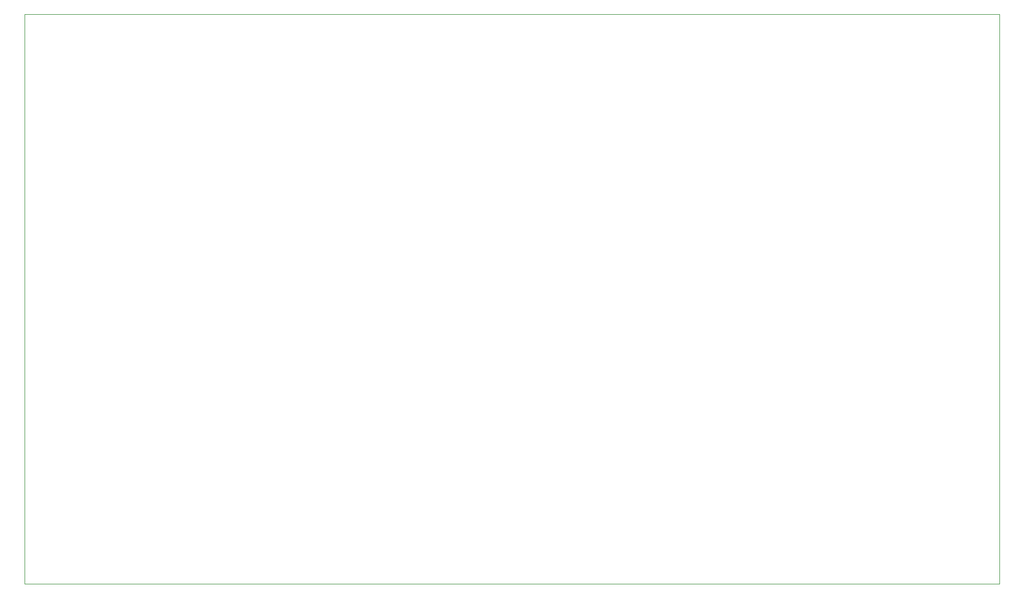
<source format=gbr>
%TF.GenerationSoftware,KiCad,Pcbnew,(5.1.9)-1*%
%TF.CreationDate,2021-05-31T11:41:51+02:00*%
%TF.ProjectId,periph_8x8leds,70657269-7068-45f3-9878-386c6564732e,v1_0*%
%TF.SameCoordinates,Original*%
%TF.FileFunction,Profile,NP*%
%FSLAX46Y46*%
G04 Gerber Fmt 4.6, Leading zero omitted, Abs format (unit mm)*
G04 Created by KiCad (PCBNEW (5.1.9)-1) date 2021-05-31 11:41:51*
%MOMM*%
%LPD*%
G01*
G04 APERTURE LIST*
%TA.AperFunction,Profile*%
%ADD10C,0.050000*%
%TD*%
G04 APERTURE END LIST*
D10*
X405130000Y6985000D02*
X556260000Y6985000D01*
X405130000Y-81280000D02*
X405130000Y6985000D01*
X556260000Y-81280000D02*
X525145000Y-81280000D01*
X556260000Y6985000D02*
X556260000Y-81280000D01*
X405130000Y-81280000D02*
X525145000Y-81280000D01*
M02*

</source>
